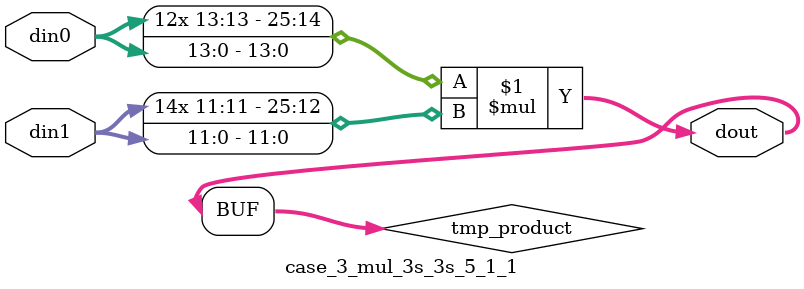
<source format=v>

`timescale 1 ns / 1 ps

 module case_3_mul_3s_3s_5_1_1(din0, din1, dout);
parameter ID = 1;
parameter NUM_STAGE = 0;
parameter din0_WIDTH = 14;
parameter din1_WIDTH = 12;
parameter dout_WIDTH = 26;

input [din0_WIDTH - 1 : 0] din0; 
input [din1_WIDTH - 1 : 0] din1; 
output [dout_WIDTH - 1 : 0] dout;

wire signed [dout_WIDTH - 1 : 0] tmp_product;



























assign tmp_product = $signed(din0) * $signed(din1);








assign dout = tmp_product;





















endmodule

</source>
